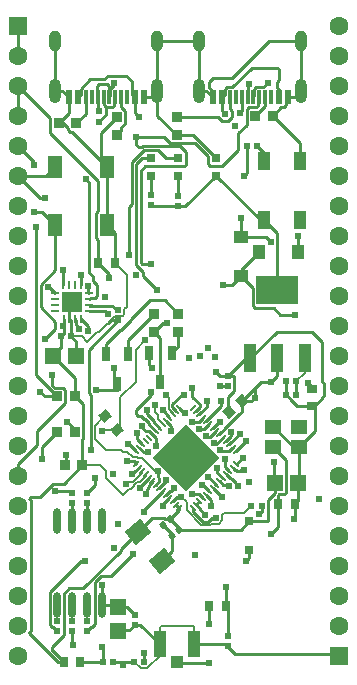
<source format=gtl>
G04 Layer: TopLayer*
G04 EasyEDA Pro v2.2.45.4, 2026-01-02 03:19:05*
G04 Gerber Generator version 0.3*
G04 Scale: 100 percent, Rotated: No, Reflected: No*
G04 Dimensions in millimeters*
G04 Leading zeros omitted, absolute positions, 4 integers and 5 decimals*
G04 Generated by one-click*
%FSLAX45Y45*%
%MOMM*%
%AMRect*21,1,$1,$2,0,0,$3*%
%ADD10R,0.8X0.9*%
%ADD11R,0.8X0.8*%
%ADD12R,1.0X1.2*%
%ADD13R,1.2X1.0*%
%ADD14R,1.6X1.6*%
%ADD15C,1.6*%
%ADD16R,1.05001X2.2*%
%ADD17R,1.0006X1.05001*%
%ADD18R,1.0X1.05001*%
%ADD19R,0.8X0.86401*%
%ADD20R,1.0X1.5*%
%ADD21R,0.7X1.25001*%
%ADD22Rect,0.80648X0.86401X130.0*%
%ADD23R,0.80648X0.86401*%
%ADD24R,0.86401X0.80648*%
%ADD25R,1.23X1.85999*%
%ADD26Rect,0.665X0.2X135.0*%
%ADD27Rect,0.2X0.665X135.0*%
%ADD28Rect,3.99999X3.99999X135.0*%
%ADD29O,0.60899X2.20449*%
%ADD30R,0.6X1.15001*%
%ADD31R,0.3X1.15001*%
%ADD32O,1.0X1.8*%
%ADD33O,1.0X2.1*%
%ADD34R,0.25001X0.75001*%
%ADD35R,0.75001X0.25001*%
%ADD36R,1.7X1.7*%
%ADD37R,1.05001X2.46499*%
%ADD38R,3.54X2.46499*%
%ADD39R,1.4X1.2*%
%ADD40Rect,0.5X0.54X40.0*%
%ADD41R,0.54X0.5*%
%ADD42R,0.5X0.54*%
%ADD43R,1.35001X1.41*%
%ADD44R,1.41X1.35001*%
%ADD45Rect,1.48501X1.72799X130.0*%
%ADD46Rect,0.8X0.9X40.0*%
%ADD47R,0.9X0.8*%
%ADD48R,0.54X0.56566*%
%ADD49R,0.56566X0.54*%
%ADD50C,1.524*%
%ADD51C,0.6096*%
%ADD52C,0.61*%
%ADD53C,0.254*%
%ADD54C,0.127*%
%ADD55C,0.2032*%
%ADD56C,0.1524*%
%ADD57C,0.1778*%
G75*


G04 Pad Start*
G54D10*
G01X959002Y3467100D03*
G01X818998Y3467100D03*
G54D11*
G01X2095500Y1276198D03*
G01X2095500Y1035202D03*
G54D12*
G01X2514501Y3556000D03*
G01X2184499Y3556000D03*
G54D13*
G01X2032000Y3682901D03*
G01X2032000Y3352899D03*
G54D14*
G01X2857500Y139700D03*
G54D15*
G01X2857500Y393700D03*
G01X2857500Y647700D03*
G01X2857500Y901700D03*
G01X2857500Y1155700D03*
G01X2857500Y1409700D03*
G01X2857500Y1663700D03*
G01X2857500Y1917700D03*
G01X2857500Y2171700D03*
G01X2857500Y2425700D03*
G01X2857500Y2679700D03*
G01X2857500Y2933700D03*
G01X2857500Y3187700D03*
G01X2857500Y3441700D03*
G01X2857500Y3695700D03*
G01X2857500Y3949700D03*
G01X2857500Y4203700D03*
G01X2857500Y4457700D03*
G01X2857500Y4711700D03*
G01X2857500Y4965700D03*
G01X2857500Y5219700D03*
G01X2857500Y5473700D03*
G54D14*
G01X139700Y5473700D03*
G54D15*
G01X139700Y5219700D03*
G01X139700Y4965700D03*
G01X139700Y4711700D03*
G01X139700Y4457700D03*
G01X139700Y4203700D03*
G01X139700Y3949700D03*
G01X139700Y3695700D03*
G01X139700Y3441700D03*
G01X139700Y3187700D03*
G01X139700Y2933700D03*
G01X139700Y2679700D03*
G01X139700Y2425700D03*
G01X139700Y2171700D03*
G01X139700Y1917700D03*
G01X139700Y1663700D03*
G01X139700Y1409700D03*
G01X139700Y1155700D03*
G01X139700Y901700D03*
G01X139700Y647700D03*
G01X139700Y393700D03*
G01X139700Y139700D03*
G54D16*
G01X1633398Y241338D03*
G01X1338402Y241338D03*
G54D18*
G01X1485900Y88862D03*
G54D19*
G01X666890Y88900D03*
G01X526910Y88900D03*
G01X1898790Y558800D03*
G01X1758810Y558800D03*
G54D11*
G01X1498257Y4354800D03*
G01X1498943Y4205000D03*
G01X1269644Y4354800D03*
G01X1270356Y4205000D03*
G54D20*
G01X2224913Y3826701D03*
G01X2524887Y3826701D03*
G01X2524887Y4326700D03*
G01X2224913Y4326700D03*
G54D11*
G01X1815744Y4354800D03*
G01X1816456Y4205000D03*
G54D21*
G01X977900Y2440432D03*
G01X882904Y2690368D03*
G01X1072896Y2690368D03*
G01X1346200Y2453132D03*
G01X1251204Y2703068D03*
G01X1441196Y2703068D03*
G54D22*
G01X975525Y2050489D03*
G01X878675Y2165911D03*
G54D23*
G01X621436Y2032000D03*
G01X470764Y2032000D03*
G54D24*
G01X1295400Y3034436D03*
G01X1295400Y2883764D03*
G01X1498600Y2883764D03*
G01X1498600Y3034436D03*
G54D25*
G01X454609Y3784600D03*
G01X891591Y3784600D03*
G01X454609Y4279900D03*
G01X891591Y4279900D03*
G54D26*
G01X1619196Y1391298D03*
G01X1647484Y1419586D03*
G01X1675772Y1447874D03*
G01X1704042Y1476143D03*
G01X1732330Y1504431D03*
G01X1760618Y1532719D03*
G01X1788905Y1561007D03*
G01X1817193Y1589295D03*
G01X1845463Y1617564D03*
G01X1873751Y1645852D03*
G01X1902039Y1674140D03*
G01X1930326Y1702428D03*
G01X1958614Y1730716D03*
G01X1986884Y1758986D03*
G54D27*
G01X1986884Y1873214D03*
G01X1958614Y1901484D03*
G01X1930326Y1929772D03*
G01X1902039Y1958060D03*
G01X1873751Y1986348D03*
G01X1845463Y2014636D03*
G01X1817193Y2042905D03*
G01X1788905Y2071193D03*
G01X1760618Y2099481D03*
G01X1732330Y2127769D03*
G01X1704042Y2156057D03*
G01X1675772Y2184326D03*
G01X1647484Y2212614D03*
G01X1619196Y2240902D03*
G54D26*
G01X1504986Y2240884D03*
G01X1476716Y2212614D03*
G01X1448428Y2184326D03*
G01X1420140Y2156039D03*
G01X1391852Y2127751D03*
G01X1363564Y2099463D03*
G01X1335295Y2071193D03*
G01X1307007Y2042905D03*
G01X1278719Y2014618D03*
G01X1250431Y1986330D03*
G01X1222143Y1958042D03*
G01X1193874Y1929772D03*
G01X1165586Y1901484D03*
G01X1137298Y1873196D03*
G54D27*
G01X1137298Y1759004D03*
G01X1165586Y1730716D03*
G01X1193874Y1702428D03*
G01X1222143Y1674158D03*
G01X1250431Y1645870D03*
G01X1278719Y1617582D03*
G01X1307007Y1589295D03*
G01X1335295Y1561007D03*
G01X1363564Y1532737D03*
G01X1391852Y1504449D03*
G01X1420140Y1476161D03*
G01X1448428Y1447874D03*
G01X1476716Y1419586D03*
G01X1504986Y1391316D03*
G54D28*
G01X1562082Y1816100D03*
G54D29*
G01X850900Y1281328D03*
G01X723900Y1281328D03*
G01X596900Y1281328D03*
G01X469900Y1281328D03*
G01X850900Y572872D03*
G01X723900Y572872D03*
G01X596900Y572872D03*
G01X469900Y572872D03*
G54D30*
G01X649008Y4868164D03*
G54D31*
G01X713981Y4868164D03*
G01X763994Y4868164D03*
G01X813981Y4868164D03*
G01X863994Y4868164D03*
G01X913981Y4868164D03*
G01X963994Y4868164D03*
G01X1013981Y4868164D03*
G01X1063993Y4868164D03*
G54D30*
G01X1128992Y4868164D03*
G01X568998Y4868164D03*
G01X1209002Y4868164D03*
G54D32*
G01X1320991Y5342636D03*
G54D33*
G01X1320991Y4924628D03*
G01X457010Y4924628D03*
G54D32*
G01X457010Y5342636D03*
G54D30*
G01X1868208Y4868164D03*
G54D31*
G01X1933181Y4868164D03*
G01X1983194Y4868164D03*
G01X2033181Y4868164D03*
G01X2083194Y4868164D03*
G01X2133181Y4868164D03*
G01X2183194Y4868164D03*
G01X2233181Y4868164D03*
G01X2283193Y4868164D03*
G54D30*
G01X2348192Y4868164D03*
G01X1788198Y4868164D03*
G01X2428202Y4868164D03*
G54D32*
G01X2540191Y5342636D03*
G54D33*
G01X2540191Y4924628D03*
G01X1676210Y4924628D03*
G54D32*
G01X1676210Y5342636D03*
G54D34*
G01X525384Y2987723D03*
G01X575371Y2987723D03*
G01X625384Y2987723D03*
G01X675371Y2987698D03*
G54D35*
G01X745221Y3057726D03*
G01X745221Y3107713D03*
G01X745221Y3157725D03*
G01X745221Y3207713D03*
G54D34*
G01X675218Y3277715D03*
G01X625231Y3277715D03*
G01X575219Y3277715D03*
G01X525308Y3277715D03*
G54D35*
G01X455229Y3207713D03*
G01X455229Y3157725D03*
G01X455229Y3107713D03*
G01X455229Y3057726D03*
G54D36*
G01X600263Y3132706D03*
G54D37*
G01X2106803Y2660650D03*
G01X2336800Y2660650D03*
G01X2566797Y2660650D03*
G54D38*
G01X2336800Y3232150D03*
G54D39*
G01X2302993Y1908899D03*
G01X2523007Y1908899D03*
G01X2523007Y2078901D03*
G01X2302993Y2078901D03*
G54D40*
G01X1441017Y1154095D03*
G01X1505383Y1208105D03*
G54D41*
G01X1917700Y2505812D03*
G01X1917700Y2421788D03*
G54D42*
G01X2493112Y2463800D03*
G01X2409088Y2463800D03*
G01X2409088Y2349500D03*
G01X2493112Y2349500D03*
G54D43*
G01X985398Y551998D03*
G01X985398Y351998D03*
G54D44*
G01X2513000Y1600200D03*
G01X2313000Y1600200D03*
G54D40*
G01X1364817Y1242995D03*
G01X1429183Y1297005D03*
G54D45*
G01X1359669Y944801D03*
G01X1154931Y1188799D03*
G54D41*
G01X990600Y2980588D03*
G01X990600Y3064612D03*
G54D42*
G01X943712Y88900D03*
G01X859688Y88900D03*
G54D41*
G01X1130300Y486512D03*
G01X1130300Y402488D03*
G54D42*
G01X504088Y2844800D03*
G01X588112Y2844800D03*
G54D46*
G01X1927575Y2202903D03*
G01X2034825Y2292897D03*
G54D42*
G01X1210412Y88900D03*
G01X1126388Y88900D03*
G54D41*
G01X1917700Y308712D03*
G01X1917700Y224688D03*
G54D10*
G01X2342998Y1422400D03*
G01X2483002Y1422400D03*
G54D47*
G01X2628900Y2394102D03*
G01X2628900Y2254098D03*
G54D44*
G01X433400Y2679700D03*
G01X633400Y2679700D03*
G54D48*
G01X723900Y436982D03*
G01X723900Y350418D03*
G01X596900Y1429918D03*
G01X596900Y1516482D03*
G01X596900Y436982D03*
G01X596900Y350418D03*
G01X723900Y1429918D03*
G01X723900Y1516482D03*
G01X469900Y436982D03*
G01X469900Y350418D03*
G54D49*
G01X2202282Y1409700D03*
G01X2115718Y1409700D03*
G54D24*
G01X977900Y4698136D03*
G01X977900Y4547464D03*
G01X1485900Y4698136D03*
G01X1485900Y4547464D03*
G54D23*
G01X2297836Y4711700D03*
G01X2147164Y4711700D03*
G01X634136Y4648200D03*
G01X483464Y4648200D03*
G01X684936Y1752600D03*
G01X534264Y1752600D03*
G01X470764Y2336800D03*
G01X621436Y2336800D03*
G54D49*
G01X2164182Y4457700D03*
G01X2077618Y4457700D03*
G54D48*
G01X1498600Y3944518D03*
G01X1498600Y4031082D03*
G01X1270000Y3957218D03*
G01X1270000Y4043782D03*
G54D50*
G01X2336800Y3225800D03*
G04 Pad End*

G04 Via Start*
G54D51*
G01X1491389Y1886828D03*
G01X1420679Y1816118D03*
G01X1632775Y1745407D03*
G01X1562082Y1674715D03*
G01X1562100Y1957539D03*
G01X1703521Y1816118D03*
G01X1562100Y1816118D03*
G01X1632739Y1886828D03*
G01X1491389Y1745407D03*
G54D52*
G01X1552998Y2193502D03*
G01X1545530Y2349500D03*
G01X1365218Y2216321D03*
G01X1435100Y2044700D03*
G01X1301648Y2260515D03*
G01X1265500Y2371702D03*
G01X1308100Y1917700D03*
G01X1147985Y2026817D03*
G01X1244600Y1866900D03*
G01X1074842Y1931921D03*
G01X1066800Y1790700D03*
G01X1051481Y1597700D03*
G01X1172707Y1562251D03*
G01X1224359Y1506141D03*
G01X1327757Y1702953D03*
G01X1397000Y1625600D03*
G01X1206559Y1358761D03*
G01X1460500Y1562100D03*
G01X1365086Y1409700D03*
G01X1524000Y1485900D03*
G01X1816100Y1308100D03*
G01X1612900Y1511300D03*
G01X1778000Y1409700D03*
G01X1701800Y1587500D03*
G01X1866900Y1485900D03*
G01X1752600Y1651000D03*
G01X1930400Y1574800D03*
G01X1828800Y1727200D03*
G01X2006600Y1574800D03*
G01X1892300Y1803400D03*
G01X2049375Y1709825D03*
G01X2044700Y1816100D03*
G01X2070100Y1955800D03*
G01X1847045Y1878609D03*
G01X2019300Y2019300D03*
G01X1943100Y2032000D03*
G01X1797237Y1936563D03*
G01X1729477Y1996177D03*
G01X1854200Y2120900D03*
G01X1676400Y2057400D03*
G01X1859300Y2298621D03*
G01X1612900Y2120900D03*
G01X1736079Y2293089D03*
G01X1616055Y2403536D03*
G01X469900Y1295400D03*
G01X1368178Y961778D03*
G01X977900Y355600D03*
G01X2070100Y939800D03*
G01X2476500Y1295400D03*
G01X1816197Y2539903D03*
G01X850900Y1282700D03*
G01X850900Y736600D03*
G01X2095500Y1612900D03*
G01X2692400Y1468100D03*
G01X2286020Y2457430D03*
G01X1808500Y2667000D03*
G01X2095500Y4978400D03*
G01X1684000Y2676432D03*
G01X1587500Y2661900D03*
G01X1752600Y2743200D03*
G01X2260600Y4991100D03*
G01X1892300Y4724400D03*
G01X1981200Y4622800D03*
G01X2032000Y3848100D03*
G01X1277600Y2578100D03*
G01X546100Y1841500D03*
G01X946554Y1675996D03*
G01X2278400Y3646150D03*
G01X2513350Y3696950D03*
G01X1898790Y723900D03*
G01X1758810Y406400D03*
G01X1758810Y76200D03*
G01X1206500Y165100D03*
G01X1028700Y60500D03*
G01X717550Y4171950D03*
G01X825500Y4749800D03*
G01X279400Y4292600D03*
G01X279400Y3898900D03*
G01X368300Y4013200D03*
G01X292100Y3771900D03*
G01X852878Y2040132D03*
G01X952500Y1054100D03*
G01X990600Y1257300D03*
G01X1194183Y2088382D03*
G01X914400Y3340100D03*
G01X517170Y2933700D03*
G01X391729Y3258513D03*
G01X889000Y2705100D03*
G01X2311400Y1778000D03*
G01X850900Y215900D03*
G01X1638300Y990600D03*
G01X1727200Y1333500D03*
G01X675218Y3365500D03*
G01X652810Y2904497D03*
G01X952500Y4991100D03*
G01X2019300Y4737100D03*
G01X431800Y2514600D03*
G01X729011Y2890679D03*
G01X2057400Y4203700D03*
G01X1143000Y3365500D03*
G01X558800Y2120900D03*
G01X342900Y1803400D03*
G01X1879600Y3276600D03*
G01X1320800Y3238500D03*
G01X330200Y2374900D03*
G01X952500Y2578100D03*
G01X525308Y3403600D03*
G01X1404600Y2959100D03*
G01X1079500Y3530600D03*
G01X2486005Y3025795D03*
G01X2552700Y2743200D03*
G01X901700Y3035300D03*
G01X368300Y2819400D03*
G01X1219200Y2811269D03*
G01X1117600Y1003300D03*
G01X609600Y228600D03*
G01X711200Y939800D03*
G01X1231900Y2222500D03*
G01X800100Y2387600D03*
G01X1143000Y4533900D03*
G01X825500Y4660900D03*
G01X1270000Y3454400D03*
G01X876300Y3175000D03*
G01X733619Y3267096D03*
G01X1397000Y2344931D03*
G01X457200Y1536700D03*
G01X2598608Y2452599D03*
G01X2514600Y2082800D03*
G54D51*
G01X761221Y1877847D03*
G54D52*
G01X796250Y1647880D03*
G01X1168400Y4699000D03*
G01X2179438Y1336890D03*
G01X2286000Y1168400D03*
G01X1853721Y2421788D03*
G01X2146300Y2324100D03*
G01X1104900Y1676400D03*
G04 Via End*

G04 Track Start*
G54D53*
G01X1504986Y2240884D02*
G01X1548770Y2197100D01*
G01X1549400Y2197100D01*
G01X1420140Y2156039D02*
G01X1420140Y2159015D01*
G01X1389946Y2189210D01*
G01X1389946Y2191454D01*
G01X1391852Y2127751D02*
G01X1435100Y2084503D01*
G01X1435100Y2044700D01*
G01X1278719Y2014618D02*
G01X1308914Y1984423D01*
G01X1308914Y1958333D01*
G01X1193874Y1929772D02*
G01X1163661Y1959985D01*
G01X1163661Y1960539D01*
G01X1165586Y1901484D02*
G01X1168563Y1901484D01*
G01X1504986Y1391316D02*
G01X1504986Y1372807D01*
G01X1429183Y1297005D01*
G01X1505383Y1220805D01*
G01X1505383Y1208105D01*
G01X2027407Y1208105D01*
G01X2095500Y1276198D01*
G01X1137298Y1759004D02*
G01X1137298Y1772739D01*
G01X1248524Y1584411D02*
G01X1248524Y1566024D01*
G01X1281696Y1617582D02*
G01X1248524Y1584411D01*
G01X1307007Y1589295D02*
G01X1337201Y1619489D01*
G01X1337201Y1645579D01*
G01X1335295Y1561007D02*
G01X1397000Y1622712D01*
G01X1397000Y1625600D01*
G01X1391852Y1504449D02*
G01X1394829Y1504449D01*
G01X1425024Y1534644D01*
G01X1433044Y1534644D01*
G01X1460500Y1562100D01*
G01X1448428Y1447874D02*
G01X1486454Y1485900D01*
G01X1524000Y1485900D01*
G01X1704042Y1476143D02*
G01X1668885Y1511300D01*
G01X1612900Y1511300D01*
G01X1732330Y1504431D02*
G01X1778000Y1458761D01*
G01X1778000Y1409700D01*
G01X1760618Y1532719D02*
G01X1705837Y1587500D01*
G01X1701800Y1587500D01*
G01X1788905Y1561007D02*
G01X1864012Y1485900D01*
G01X1866900Y1485900D01*
G01X1817193Y1589295D02*
G01X1755488Y1651000D01*
G01X1752600Y1651000D01*
G01X1845463Y1617564D02*
G01X1848440Y1617564D01*
G01X1878634Y1587370D01*
G01X1917830Y1587370D01*
G01X1930400Y1574800D01*
G01X1873751Y1645852D02*
G01X1828800Y1690803D01*
G01X1828800Y1727200D01*
G01X1902039Y1674140D02*
G01X1905015Y1674140D01*
G01X1935210Y1643946D01*
G01X1930326Y1702428D02*
G01X1892300Y1740454D01*
G01X1892300Y1803400D01*
G01X1986884Y1758986D02*
G01X1987586Y1758986D01*
G01X2044700Y1816100D01*
G01X1986884Y1873214D02*
G01X2069470Y1955800D01*
G01X2070100Y1955800D01*
G01X1958614Y1901484D02*
G01X1955637Y1901484D01*
G01X1925443Y1871290D01*
G01X1930326Y1929772D02*
G01X2019300Y2018746D01*
G01X2019300Y2019300D01*
G01X1925443Y1871290D02*
G01X1854364Y1871290D01*
G01X1847045Y1878609D01*
G01X1902039Y1958060D02*
G01X1943100Y1999121D01*
G01X1943100Y2032000D01*
G01X1873751Y1986348D02*
G01X1824412Y1937009D01*
G01X1822855Y1937009D02*
G01X1816246Y1930400D01*
G01X1803400Y1930400D01*
G01X2034825Y2203997D02*
G01X2034825Y2292897D01*
G01X1845463Y2014636D02*
G01X1884700Y2053872D01*
G01X1884700Y2056190D01*
G01X1947276Y2114820D02*
G01X2015042Y2182586D01*
G01X2015042Y2184215D01*
G01X2034825Y2203997D01*
G01X1884700Y2056190D02*
G01X1943329Y2114820D01*
G01X1947276Y2114820D01*
G01X1817193Y2042905D02*
G01X1768188Y1993900D01*
G01X1727200Y1993900D01*
G01X1788905Y2071193D02*
G01X1838612Y2120900D01*
G01X1854200Y2120900D01*
G01X1760618Y2099481D02*
G01X1718537Y2057400D01*
G01X1676400Y2057400D01*
G01X1704042Y2156057D02*
G01X1668885Y2120900D01*
G01X1612900Y2120900D01*
G01X977900Y355600D02*
G01X1083412Y355600D01*
G01X1130300Y402488D01*
G01X1177252Y402488D01*
G01X1338402Y241338D01*
G54D54*
G01X1338402Y241338D02*
G01X1338402Y134414D01*
G01X1244338Y40350D02*
G01X1235900Y40350D01*
G01X1231900Y36350D01*
G01X1178938Y36350D01*
G01X1126388Y88900D01*
G01X1346200Y142212D02*
G01X1346200Y381000D01*
G01X1358900Y393700D01*
G01X1624418Y393700D01*
G01X1633398Y384720D01*
G01X1633398Y241338D01*
G01X1338402Y134414D02*
G01X1346200Y142212D01*
G01X1338402Y134414D02*
G01X1244338Y40350D01*
G54D53*
G01X1633398Y241338D02*
G01X1901050Y241338D01*
G01X1917700Y224688D01*
G01X1917700Y215900D01*
G01X1981200Y152400D01*
G01X2844800Y152400D01*
G01X2857500Y139700D01*
G01X2095500Y1035202D02*
G01X2095500Y965200D01*
G01X2070100Y939800D01*
G01X2476500Y1295400D02*
G01X2483002Y1301902D01*
G01X2483002Y1422400D01*
G01X2513000Y1452397D01*
G01X2513000Y1600200D01*
G01X2523007Y1908899D02*
G01X2523007Y1610208D01*
G01X2513000Y1600200D01*
G01X2654300Y2254098D02*
G01X2654300Y2040192D01*
G01X2523007Y1908899D01*
G01X2409088Y2463800D02*
G01X2409088Y2349500D01*
G01X2504491Y2254098D02*
G01X2654300Y2254098D01*
G01X2409088Y2349500D02*
G01X2440212Y2318377D01*
G01X2440212Y2310943D01*
G01X2456555Y2294600D01*
G01X2463989Y2294600D01*
G01X2504491Y2254098D01*
G01X2106803Y2660650D02*
G01X2329053Y2882900D01*
G01X2628900Y2882900D02*
G01X2717800Y2794000D01*
G01X2717800Y2317598D02*
G01X2654300Y2254098D01*
G01X2717800Y2794000D02*
G01X2717800Y2455059D01*
G01X2727200Y2445659D01*
G01X2727200Y2342546D01*
G01X2717800Y2333146D01*
G01X2717800Y2317598D01*
G01X2329053Y2882900D02*
G01X2628900Y2882900D01*
G01X1917700Y2505812D02*
G01X2072538Y2660650D01*
G01X2106803Y2660650D01*
G01X2302993Y2078901D02*
G01X2472995Y1908899D01*
G01X2523007Y1908899D01*
G01X633400Y2679700D02*
G01X633400Y2799512D01*
G01X588112Y2844800D01*
G01X588112Y2935537D01*
G01X584983Y2938666D01*
G01X584983Y2978111D01*
G01X575371Y2987723D01*
G01X575371Y3107814D01*
G01X600263Y3132706D01*
G01X959002Y3467100D02*
G01X959002Y3717188D01*
G01X891591Y3784600D01*
G01X891591Y4279900D01*
G01X523291Y4648200D02*
G01X483464Y4648200D01*
G01X594391Y4577100D02*
G01X582256Y4577100D01*
G01X565913Y4593443D01*
G01X565913Y4605578D01*
G01X523291Y4648200D01*
G01X977900Y4698136D02*
G01X842135Y4562371D01*
G01X842135Y4329356D01*
G01X594391Y4577100D01*
G01X483464Y4648200D02*
G01X568998Y4733735D01*
G01X568998Y4868164D01*
G01X512534Y4924628D01*
G01X457010Y4924628D01*
G01X457010Y5342636D02*
G01X457010Y4924628D01*
G01X1320991Y4924628D02*
G01X1320991Y5342636D01*
G01X1676210Y5342636D01*
G01X1209002Y4868164D02*
G01X1264526Y4868164D01*
G01X1320991Y4924628D01*
G01X2428202Y4868164D02*
G01X2483726Y4868164D01*
G01X2540191Y4924628D01*
G01X2540191Y5342636D02*
G01X2540191Y4924628D01*
G01X2428202Y4842066D02*
G01X2428202Y4868164D01*
G01X2297836Y4711700D02*
G01X2368900Y4782763D01*
G01X2389748Y4782763D01*
G01X2406092Y4799107D01*
G01X2406092Y4819956D01*
G01X2428202Y4842066D01*
G01X2297836Y4711700D02*
G01X2524887Y4484649D01*
G01X2524887Y4326700D01*
G01X1320991Y4924628D02*
G01X1320991Y4712373D01*
G01X1485900Y4547464D01*
G01X1623080Y4547464D01*
G01X1815744Y4354800D01*
G01X1917700Y2212778D02*
G01X1927575Y2202903D01*
G01X1676210Y5342636D02*
G01X1676210Y4924628D01*
G01X1731734Y4924628D01*
G01X1788198Y4868164D01*
G01X2262670Y5342636D02*
G01X2540191Y5342636D01*
G01X1758787Y4949572D02*
G01X1758787Y4999608D01*
G01X1794168Y5034989D01*
G01X1788198Y4868164D02*
G01X1788198Y4920160D01*
G01X1758787Y4949572D01*
G01X1794168Y5034989D02*
G01X1955024Y5034989D01*
G01X2262670Y5342636D01*
G01X850900Y736600D02*
G01X850900Y572872D01*
G01X964524Y572872D01*
G01X985398Y551998D01*
G01X1064814Y551998D01*
G01X1130300Y486512D01*
G01X1958614Y1730716D02*
G01X1979505Y1709825D01*
G01X1982446Y1709825D01*
G01X1991768Y1700503D01*
G01X2014881Y1700503D01*
G01X2024202Y1709825D01*
G01X2049375Y1709825D01*
G01X1935210Y1643946D02*
G01X1937454Y1643946D01*
G01X1948200Y1633200D01*
G01X1954590Y1633200D01*
G01X1988800Y1598990D01*
G01X1988800Y1592600D01*
G01X2006600Y1574800D01*
G54D55*
G01X2566797Y2660650D02*
G01X2566797Y2537485D01*
G54D53*
G01X2493112Y2463800D02*
G01X2493112Y2349500D01*
G01X2083194Y4868164D02*
G01X2083194Y4966094D01*
G01X2095500Y4978400D01*
G01X1647484Y2212614D02*
G01X1647484Y2215591D01*
G01X1677679Y2245786D01*
G01X1677679Y2268899D01*
G01X1616055Y2330523D01*
G01X1616055Y2403536D01*
G01X1675772Y2184326D02*
G01X1736079Y2244633D01*
G01X1736079Y2293089D01*
G01X1732330Y2127769D02*
G01X1859300Y2254739D01*
G01X1859300Y2298621D01*
G01X1917700Y2505812D02*
G01X1850288Y2505812D01*
G01X1816197Y2539903D01*
G01X2256117Y4991100D02*
G01X2260600Y4991100D01*
G01X2133181Y4868164D02*
G01X2140293Y4875277D01*
G01X2140293Y4937221D01*
G01X2156637Y4953565D01*
G01X2218582Y4953565D01*
G01X2256117Y4991100D01*
G01X2147164Y4711700D02*
G01X2233181Y4797717D01*
G01X2233181Y4868164D01*
G01X2348192Y5106708D02*
G01X2336800Y5118100D01*
G01X2348192Y4868164D02*
G01X2348192Y4938169D01*
G01X2336789Y4949572D01*
G01X2336789Y4999608D01*
G01X2348192Y5011011D01*
G01X2348192Y5106708D01*
G01X2336800Y5118100D02*
G01X2118144Y5118100D01*
G01X1953609Y4953565D01*
G01X1906625Y4953565D01*
G01X1890281Y4937221D01*
G01X1890281Y4890237D01*
G01X1868208Y4868164D01*
G01X1816456Y4205000D02*
G01X2194756Y3826701D01*
G01X2224913Y3826701D01*
G01X2336800Y3714814D01*
G01X2336800Y3232150D01*
G01X1868208Y4868164D02*
G01X1868208Y4748492D01*
G01X1892300Y4724400D01*
G01X1498600Y2883764D02*
G01X1498600Y2760472D01*
G01X1441196Y2703068D01*
G01X1295400Y2883764D02*
G01X1346200Y2832964D01*
G01X1346200Y2453132D01*
G01X546100Y1841500D02*
G01X546100Y1764436D01*
G01X534264Y1752600D01*
G01X2032000Y3848100D02*
G01X2032000Y3682901D01*
G01X2241649Y3682901D01*
G01X2278400Y3646150D01*
G01X1917700Y308712D02*
G01X1917700Y539890D01*
G01X1898790Y558800D01*
G01X1898790Y723900D01*
G01X1758810Y558800D02*
G01X1758810Y406400D01*
G01X1758810Y76200D02*
G01X1498562Y76200D01*
G01X1485900Y88862D01*
G01X1210412Y88900D02*
G01X1210412Y161188D01*
G01X1206500Y165100D01*
G01X1251204Y2703068D02*
G01X1251204Y2604496D01*
G01X1277600Y2578100D01*
G01X1126388Y88900D02*
G01X1082640Y88900D01*
G01X1080832Y90708D01*
G01X996952Y90708D02*
G01X995144Y88900D01*
G01X943712Y88900D01*
G01X1028700Y60500D02*
G01X1000300Y88900D01*
G01X995144Y88900D01*
G01X2224913Y4326700D02*
G01X2224913Y4396969D01*
G01X2164182Y4457700D01*
G01X1498943Y4205000D02*
G01X1498943Y4031425D01*
G01X1498600Y4031082D01*
G01X1498600Y3944518D02*
G01X1555974Y3944518D01*
G01X1816456Y4205000D01*
G01X1498600Y3944518D02*
G01X1282700Y3944518D01*
G01X1270000Y3957218D01*
G01X139700Y4965700D02*
G01X415240Y4690160D01*
G01X818534Y4159000D02*
G01X818534Y3905500D01*
G01X802191Y3889156D01*
G01X802191Y3680044D01*
G01X818998Y3663237D01*
G01X415240Y4690160D02*
G01X415240Y4562295D01*
G01X818534Y4159000D01*
G01X454609Y4279900D02*
G01X378409Y4203700D01*
G01X139700Y4203700D01*
G54D56*
G01X1060602Y3365500D02*
G01X959002Y3467100D01*
G54D53*
G01X750222Y3102712D02*
G01X745221Y3107713D01*
G01X504088Y2844800D02*
G01X525384Y2866095D01*
G01X504088Y2844800D02*
G01X504088Y2750388D01*
G01X433400Y2679700D01*
G01X621436Y2491664D01*
G01X621436Y2336800D01*
G01X689660Y1977243D02*
G01X684936Y1972519D01*
G01X684936Y1752600D01*
G01X621436Y2336800D02*
G01X689660Y2268576D01*
G01X689660Y1977243D01*
G01X745221Y3157725D02*
G01X754807Y3167312D01*
G01X794278Y3167312D01*
G01X810621Y3183655D01*
G01X825500Y4749800D02*
G01X821094Y4754206D01*
G01X745221Y4144279D02*
G01X717550Y4171950D01*
G01X913981Y4868164D02*
G01X913981Y4965700D01*
G01X896020Y4983661D01*
G01X825500Y4983661D01*
G01X807539Y4965700D01*
G01X807539Y4874606D01*
G01X813981Y4868164D01*
G01X821094Y4754206D02*
G01X821094Y4876800D01*
G01X139700Y4711700D02*
G01X139700Y4965700D01*
G01X139700Y4457700D02*
G01X279400Y4318000D01*
G01X279400Y4292600D01*
G01X279400Y3898900D02*
G01X340309Y3898900D01*
G01X454609Y3784600D01*
G01X139700Y4203700D02*
G01X330200Y4013200D01*
G01X368300Y4013200D01*
G01X292100Y3771900D02*
G01X292100Y2515464D01*
G01X470764Y2336800D01*
G01X1420140Y1476161D02*
G01X1365086Y1421107D01*
G01X1365086Y1409700D01*
G01X1221112Y2043490D02*
G01X1222434Y2044812D01*
G01X1245548Y2044812D01*
G01X1275742Y2014618D01*
G01X1278719Y2014618D01*
G01X818998Y3663237D02*
G01X818998Y3467100D01*
G01X914400Y3371698D01*
G01X914400Y3340100D01*
G01X1295400Y3034436D02*
G01X1072896Y2811932D01*
G01X1072896Y2690368D01*
G01X1498600Y3034436D02*
G01X1383436Y3149600D01*
G01X1257300Y3149600D01*
G01X889000Y2781300D02*
G01X889000Y2705100D01*
G01X1257300Y3149600D02*
G01X1096202Y2988502D01*
G01X1096202Y2985045D01*
G01X1011095Y2899937D01*
G01X1007637Y2899937D01*
G01X889000Y2781300D01*
G01X2313000Y1600200D02*
G01X2311400Y1601800D01*
G01X2311400Y1778000D01*
G01X859688Y88900D02*
G01X859688Y207112D01*
G01X850900Y215900D01*
G01X1727200Y1333500D02*
G01X1677679Y1383021D01*
G01X1677679Y1386414D01*
G01X1647484Y1416609D01*
G01X1647484Y1419586D01*
G01X723900Y1429918D02*
G01X723900Y1281328D01*
G01X596900Y1429918D02*
G01X596900Y1281328D01*
G54D54*
G01X838200Y1752600D02*
G01X888153Y1702647D01*
G54D53*
G01X1647484Y1419586D02*
G01X1675772Y1447874D01*
G01X649008Y4868164D02*
G01X671081Y4890237D01*
G01X671081Y4937221D01*
G01X1106893Y4890263D02*
G01X1128992Y4868164D01*
G01X671081Y4937221D02*
G01X753120Y5019260D01*
G01X713981Y4868164D02*
G01X713981Y4728045D01*
G01X634136Y4648200D01*
G01X1013981Y4583544D02*
G01X977900Y4547464D01*
G01X1013981Y4868164D02*
G01X1013981Y4785037D01*
G01X1049000Y4750017D01*
G01X1049000Y4646256D01*
G01X1013981Y4611236D01*
G01X1013981Y4583544D01*
G01X1950700Y4748590D02*
G01X1950700Y4700210D01*
G01X1916490Y4666000D01*
G01X1868110Y4666000D01*
G01X1933181Y4868164D02*
G01X1933181Y4766109D01*
G01X1950700Y4748590D01*
G01X1868110Y4666000D02*
G01X1835973Y4698136D01*
G01X1485900Y4698136D01*
G01X675218Y3277715D02*
G01X675218Y3365500D01*
G01X625384Y2987723D02*
G01X634970Y2978137D01*
G01X634970Y2938641D01*
G01X863994Y4868164D02*
G01X871081Y4861077D01*
G01X871081Y4799107D01*
G01X887424Y4782763D01*
G01X940537Y4782763D01*
G01X956881Y4799107D01*
G01X956881Y4861051D01*
G01X963994Y4868164D01*
G01X913981Y4868164D02*
G01X921093Y4875277D01*
G01X921093Y4937221D01*
G01X2019300Y4737100D02*
G01X2033181Y4750981D01*
G01X2033181Y4868164D01*
G01X753120Y5019260D02*
G01X866360Y5019260D01*
G01X898002Y5050902D01*
G01X921093Y4937221D02*
G01X952500Y4968628D01*
G01X952500Y4991100D01*
G01X139700Y1663700D02*
G01X139700Y1765106D01*
G01X538987Y2391557D02*
G01X522644Y2407900D01*
G01X450009Y2407900D01*
G01X431800Y2426109D01*
G01X431800Y2514600D01*
G01X139700Y1765106D02*
G01X296906Y1922312D01*
G01X296906Y2039961D01*
G01X538987Y2282043D01*
G01X538987Y2391557D01*
G54D56*
G01X679410Y2844800D02*
G01X588112Y2844800D01*
G01X727055Y2797155D02*
G01X679410Y2844800D01*
G54D53*
G01X729011Y2890679D02*
G01X729011Y2934058D01*
G01X675371Y2987698D01*
G01X2077618Y4457700D02*
G01X2077618Y4223918D01*
G01X2057400Y4203700D01*
G01X455229Y3207713D02*
G01X404429Y3258513D01*
G01X391729Y3258513D01*
G01X634970Y2938641D02*
G01X652810Y2920800D01*
G01X652810Y2904497D01*
G01X558800Y2120900D02*
G01X621436Y2058264D01*
G01X621436Y2032000D01*
G01X470764Y2032000D02*
G01X342900Y1904136D01*
G01X342900Y1803400D01*
G01X1879600Y3276600D02*
G01X1955701Y3276600D01*
G01X2032000Y3352899D01*
G01X139700Y5473700D02*
G01X139700Y5219700D01*
G01X1270356Y4205000D02*
G01X1270356Y4044137D01*
G01X1270000Y4043782D01*
G01X1269644Y4354800D02*
G01X1192500Y4354800D01*
G01X1143000Y4305300D01*
G01X470764Y2336800D02*
G01X368300Y2336800D01*
G01X330200Y2374900D01*
G01X952500Y2578100D02*
G01X952500Y2465832D01*
G01X977900Y2440432D01*
G01X525308Y3277715D02*
G01X525308Y3403600D01*
G01X1404600Y2959100D02*
G01X1370736Y2959100D01*
G01X1295400Y2883764D01*
G01X1079500Y3936042D02*
G01X1079500Y3530600D01*
G01X1107400Y4320046D02*
G01X1107400Y3963943D01*
G01X1079500Y3936042D01*
G01X1498257Y4354800D02*
G01X1389101Y4354800D01*
G01X1321201Y4422700D01*
G01X1210054Y4422700D01*
G01X1107400Y4320046D01*
G01X2184499Y3556000D02*
G01X2032000Y3403501D01*
G01X2032000Y3352899D01*
G01X2131900Y3252999D01*
G01X2131900Y3097344D01*
G01X2148243Y3081000D01*
G01X2303899Y3081000D01*
G01X2359104Y3025795D01*
G01X2486005Y3025795D01*
G01X2552700Y2743200D02*
G01X2566797Y2729103D01*
G01X2566797Y2660650D01*
G01X1143000Y4305300D02*
G01X1143000Y3448090D01*
G01X1201400Y3389690D01*
G01X1201400Y3357900D01*
G01X1320800Y3238500D01*
G54D56*
G01X1060602Y3093491D02*
G01X1060602Y3365500D01*
G01X812800Y2882900D02*
G01X727055Y2797155D01*
G54D53*
G01X977900Y3064612D02*
G01X939800Y3102712D01*
G01X750222Y3102712D01*
G01X454609Y2905709D02*
G01X368300Y2819400D01*
G01X454609Y3784600D02*
G01X454609Y3403983D01*
G01X333329Y3282703D01*
G01X454609Y2968888D02*
G01X454609Y2905709D01*
G01X333329Y3282703D02*
G01X333329Y3090168D01*
G01X454609Y2968888D01*
G54D54*
G01X1135796Y2461371D02*
G01X1135796Y2727865D01*
G01X1219200Y2811269D01*
G54D53*
G01X745221Y3057726D02*
G01X879274Y3057726D01*
G01X901700Y3035300D01*
G01X1010900Y1044768D02*
G01X1154931Y1188799D01*
G01X1010900Y1029910D02*
G01X1010900Y1044768D01*
G01X431800Y177800D02*
G01X431800Y217579D01*
G01X691987Y710996D02*
G01X1010900Y1029910D01*
G01X572731Y710996D02*
G01X691987Y710996D01*
G01X528250Y666515D02*
G01X572731Y710996D01*
G01X528250Y314028D02*
G01X528250Y666515D01*
G01X431800Y217579D02*
G01X528250Y314028D01*
G01X526910Y88900D02*
G01X438010Y177800D01*
G01X431800Y177800D01*
G01X666890Y88900D02*
G01X859688Y88900D01*
G01X723900Y350418D02*
G01X754280Y380799D01*
G01X762457Y380799D01*
G01X792500Y410842D01*
G01X792500Y760790D01*
G01X844510Y812800D01*
G01X927100Y812800D02*
G01X1117600Y1003300D01*
G01X844510Y812800D02*
G01X927100Y812800D01*
G01X596900Y350418D02*
G01X596900Y241300D01*
G01X609600Y228600D01*
G01X469900Y350418D02*
G01X439520Y380799D01*
G01X431343Y380799D01*
G01X415000Y397142D01*
G01X415000Y465478D01*
G01X411550Y468927D01*
G01X411550Y676816D01*
G01X674534Y939800D01*
G01X711200Y939800D01*
G01X1389946Y2191454D02*
G01X1365218Y2216182D01*
G54D57*
G01X1322010Y2176940D02*
G01X1296610Y2202340D01*
G01X1296610Y2230100D01*
G01X1363564Y2099463D02*
G01X1322010Y2141018D01*
G01X1322010Y2176940D01*
G54D53*
G01X1307007Y2042905D02*
G01X1252782Y2097130D01*
G01X1252782Y2112572D01*
G01X1218572Y2146782D01*
G01X1178212Y2171700D02*
G01X1155700Y2171700D01*
G01X1203130Y2146782D02*
G01X1178212Y2171700D01*
G01X1218572Y2146782D02*
G01X1203130Y2146782D01*
G01X1155700Y2171700D02*
G01X1140821Y2186579D01*
G01X1140821Y2222500D01*
G01X1288382Y2118106D02*
G01X1288382Y2127318D01*
G01X1231900Y2183800D01*
G01X1231900Y2222500D01*
G01X1335295Y2071193D02*
G01X1288382Y2118106D01*
G01X1140821Y2222500D02*
G01X1265500Y2347179D01*
G01X1265500Y2371702D01*
G01X977900Y2440432D02*
G01X993374Y2424958D01*
G01X993374Y2403074D01*
G01X977900Y2387600D01*
G01X800100Y2387600D01*
G01X2183194Y4868164D02*
G01X2176081Y4861051D01*
G01X2176081Y4799107D01*
G01X2159737Y4782763D01*
G01X2095283Y4782800D01*
G01X1867301Y4286899D02*
G01X1764188Y4286899D01*
G01X1747844Y4303243D01*
G01X1747844Y4372354D01*
G01X1376483Y4533900D02*
G01X1143000Y4533900D01*
G01X2095283Y4782800D02*
G01X2077700Y4765217D01*
G01X2077700Y4636710D01*
G01X2005390Y4564400D01*
G01X2005390Y4424989D01*
G01X1867301Y4286899D01*
G01X1747844Y4372354D02*
G01X1640958Y4479240D01*
G01X1431143Y4479240D01*
G01X1376483Y4533900D01*
G01X825500Y4660900D02*
G01X887424Y4722824D01*
G01X887424Y4782763D01*
G01X1566157Y4406356D02*
G01X1566157Y4303243D01*
G01X1549814Y4286899D01*
G01X1218088Y4286899D02*
G01X1178600Y4247411D01*
G01X1178600Y3462836D01*
G01X1195308Y4458299D02*
G01X1514214Y4458299D01*
G01X1566157Y4406356D01*
G01X1549814Y4286899D02*
G01X1218088Y4286899D01*
G01X1143000Y4533900D02*
G01X1143000Y4467313D01*
G01X1160961Y4449352D01*
G01X1186361Y4449352D01*
G01X1195308Y4458299D01*
G01X774700Y3314700D02*
G01X774700Y3352800D01*
G01X745221Y3382279D01*
G01X745221Y4144279D01*
G01X810621Y3183655D02*
G01X810621Y3278779D01*
G01X774700Y3314700D01*
G01X745221Y3207713D02*
G01X733619Y3219315D01*
G01X733619Y3267096D01*
G01X1178600Y3462836D02*
G01X1187036Y3454400D01*
G01X1270000Y3454400D01*
G54D56*
G01X825500Y2882900D02*
G01X812800Y2882900D01*
G01X959392Y3016792D02*
G01X1027053Y3016792D01*
G01X1040420Y3030159D01*
G01X1040420Y3073309D01*
G01X1060602Y3093491D01*
G54D53*
G01X1476716Y2212614D02*
G01X1476716Y2215555D01*
G01X1446503Y2245768D01*
G01X1446503Y2268881D01*
G01X1527122Y2349500D01*
G01X1545530Y2349500D01*
G54D54*
G01X1448428Y2184326D02*
G01X1448428Y2196283D01*
G01X1417253Y2227458D01*
G01X1417253Y2329247D01*
G01X1397000Y2349500D01*
G54D57*
G01X1296610Y2230100D02*
G01X1301648Y2235139D01*
G01X1301648Y2260515D01*
G54D53*
G01X457200Y1536700D02*
G01X576682Y1536700D01*
G01X596900Y1516482D01*
G01X2514600Y2082800D02*
G01X2518499Y2078901D01*
G01X2523007Y2078901D01*
G01X990600Y2980588D02*
G01X929579Y2980588D01*
G01X925890Y2976900D01*
G01X919500Y2976900D01*
G54D56*
G01X919500Y2976900D02*
G01X959392Y3016792D01*
G01X899651Y2957051D02*
G01X825500Y2882900D01*
G54D53*
G01X919500Y2976900D02*
G01X899651Y2957051D01*
G01X990600Y2980588D02*
G01X741700Y2731688D01*
G01X741700Y2363410D01*
G01X761221Y2343889D01*
G01X761221Y1877847D01*
G01X1441017Y1154095D02*
G01X1441017Y1026149D01*
G01X1359669Y944801D01*
G54D54*
G01X717724Y1752600D02*
G01X838200Y1752600D01*
G01X706795Y1741671D02*
G01X717724Y1752600D01*
G01X695866Y1752600D02*
G01X706795Y1741671D01*
G01X684936Y1752600D02*
G01X695866Y1752600D01*
G54D53*
G01X236039Y1465954D02*
G01X247600Y1454394D01*
G01X236039Y1467939D02*
G01X236039Y1465954D01*
G01X254000Y1485900D02*
G01X236039Y1467939D01*
G01X323810Y1485900D02*
G01X254000Y1485900D01*
G01X433010Y1595100D02*
G01X323810Y1485900D01*
G01X527437Y1595100D02*
G01X433010Y1595100D01*
G01X684936Y1752600D02*
G01X527437Y1595100D01*
G01X236039Y337446D02*
G01X236039Y335461D01*
G01X247600Y349006D02*
G01X236039Y337446D01*
G01X247600Y1454394D02*
G01X247600Y349006D01*
G01X236039Y335461D02*
G01X482600Y88900D01*
G01X526910Y88900D01*
G01X1163661Y1960539D02*
G01X1147985Y1976215D01*
G01X1147985Y2026817D01*
G01X1194183Y2088382D02*
G01X1194183Y2070419D01*
G01X1221112Y2043490D01*
G01X723900Y1516482D02*
G01X796250Y1588832D01*
G01X796250Y1647880D01*
G54D55*
G01X2566797Y2537485D02*
G01X2493112Y2463800D01*
G54D53*
G01X2654300Y2394102D02*
G01X2654300Y2396907D01*
G01X2598608Y2452599D01*
G01X1248524Y1566024D02*
G01X1230956Y1548456D01*
G01X1230956Y1537910D01*
G01X1250431Y1645870D02*
G01X1172707Y1568146D01*
G01X1172707Y1562251D01*
G01X1363564Y1532737D02*
G01X1206559Y1375731D01*
G01X1206559Y1358761D01*
G01X1230956Y1537910D02*
G01X1224359Y1531314D01*
G01X1224359Y1506141D01*
G54D54*
G01X888153Y1645492D02*
G01X1030755Y1502890D01*
G01X888153Y1702647D02*
G01X888153Y1645492D01*
G54D53*
G01X1476716Y1419586D02*
G01X1504986Y1391316D01*
G01X1337201Y1645579D02*
G01X1327757Y1655023D01*
G01X1327757Y1702953D01*
G54D54*
G01X1000925Y2326500D02*
G01X1135796Y2461371D01*
G54D53*
G01X1137298Y1772739D02*
G01X1119337Y1790700D01*
G01X1066800Y1790700D01*
G01X1137298Y1873196D02*
G01X1078573Y1931921D01*
G01X1074842Y1931921D01*
G01X1703010Y1275100D02*
G01X1751390Y1275100D01*
G01X1784390Y1308100D01*
G01X1816100Y1308100D01*
G01X1619196Y1391298D02*
G01X1619196Y1358913D01*
G01X1703010Y1275100D01*
G54D54*
G01X1524000Y1485900D02*
G01X1567064Y1442836D01*
G01X1690894Y1245850D02*
G01X1763506Y1245850D01*
G01X1868150Y1286540D02*
G01X1868150Y1329660D01*
G01X1884690Y1346200D01*
G01X1567064Y1442836D02*
G01X1567064Y1369680D01*
G01X1690894Y1245850D01*
G01X1763506Y1245850D02*
G01X1773706Y1256050D01*
G01X1837660Y1256050D01*
G01X1868150Y1286540D01*
G01X2052218Y1346200D02*
G01X2115718Y1409700D01*
G01X1884690Y1346200D02*
G01X2052218Y1346200D01*
G54D53*
G01X898002Y5050902D02*
G01X1057798Y5050902D01*
G01X1106893Y5001807D01*
G01X1106893Y4890263D01*
G01X2313000Y1600200D02*
G01X2313000Y1516859D01*
G01X2258465Y1462324D01*
G01X1128992Y4868164D02*
G01X1128992Y4738408D01*
G01X1168400Y4699000D01*
G01X2395057Y1504799D02*
G01X2351286Y1504799D01*
G01X2342998Y1496511D01*
G01X2342998Y1422400D01*
G01X2302993Y1908899D02*
G01X2411401Y1800491D01*
G01X2411401Y1521143D01*
G01X2395057Y1504799D01*
G01X2258465Y1462324D02*
G01X2258465Y1276198D01*
G01X2095500Y1276198D01*
G01X2286000Y1168400D02*
G01X2342998Y1225398D01*
G01X2342998Y1422400D01*
G01X1972600Y2385232D02*
G01X1917700Y2330332D01*
G01X1917700Y2212778D01*
G01X1917700Y2505812D02*
G01X1972600Y2505812D01*
G01X1972600Y2385232D01*
G01X2146300Y2324100D02*
G01X2115097Y2292897D01*
G01X2034825Y2292897D01*
G01X1917700Y2421788D02*
G01X1853721Y2421788D01*
G01X2146300Y2404372D02*
G01X2146300Y2324100D01*
G01X2034825Y2292897D02*
G01X2146300Y2404372D01*
G01X2199358Y2457430D01*
G01X2286020Y2457430D01*
G01X2336800Y2660650D02*
G01X2336800Y2508210D01*
G01X2286020Y2457430D01*
G01X1378170Y1307649D02*
G01X1388814Y1297005D01*
G01X1429183Y1297005D01*
G01X1154931Y1188799D02*
G01X1273781Y1307649D01*
G01X1378170Y1307649D01*
G01X525384Y2866095D02*
G01X525384Y2987723D01*
G01X1364817Y1242995D02*
G01X1441017Y1166795D01*
G01X1441017Y1154095D01*
G01X1080832Y90708D02*
G01X996952Y90708D01*
G01X2513350Y3696950D02*
G01X2513350Y3557151D01*
G01X2514501Y3556000D01*
G01X2202282Y1359734D02*
G01X2179438Y1336890D01*
G01X2202282Y1409700D02*
G01X2202282Y1359734D01*
G54D54*
G01X1000925Y2050489D02*
G01X1000925Y2326500D01*
G54D53*
G01X1308100Y1957519D02*
G01X1308100Y1917700D01*
G01X1308914Y1958333D02*
G01X1308100Y1957519D01*
G01X1203147Y1866900D02*
G01X1244600Y1866900D01*
G01X1168563Y1901484D02*
G01X1203147Y1866900D01*
G54D54*
G01X1077265Y1549400D02*
G01X1097385Y1549400D01*
G01X1030755Y1502890D02*
G01X1077265Y1549400D01*
G01X1097385Y1549400D02*
G01X1120657Y1572671D01*
G01X1066681Y1612900D02*
G01X1051481Y1597700D01*
G01X1193874Y1702428D02*
G01X1193874Y1690507D01*
G01X1116267Y1612900D01*
G01X1066681Y1612900D01*
G01X1120657Y1572671D02*
G01X1120657Y1583811D01*
G01X1174244Y1614301D02*
G01X1222143Y1662201D01*
G01X1222143Y1674158D01*
G01X1120657Y1583811D02*
G01X1151147Y1614301D01*
G01X1174244Y1614301D01*
G54D53*
G01X1104900Y1676400D02*
G01X1129021Y1700521D01*
G01X1132414Y1700521D01*
G01X1162609Y1730716D02*
G01X1165586Y1730716D01*
G01X1132414Y1700521D02*
G01X1162609Y1730716D01*
G54D54*
G01X1298410Y1702953D02*
G01X1186514Y1814850D01*
G01X1159540Y1814850D01*
G01X1028700Y1866900D02*
G01X1015729Y1879871D01*
G01X885009Y1879871D01*
G01X1327757Y1702953D02*
G01X1298410Y1702953D01*
G01X870669Y2165911D02*
G01X878675Y2165911D01*
G01X1159540Y1814850D02*
G01X1153326Y1821064D01*
G01X885009Y1879871D02*
G01X790471Y1974409D01*
G01X790471Y2085715D01*
G01X870669Y2165911D01*
G01X1153326Y1821064D02*
G01X1110046Y1821064D01*
G01X1064210Y1866900D01*
G01X1028700Y1866900D01*
G01X852878Y2040132D02*
G01X863235Y2050489D01*
G01X1000925Y2050489D01*
G04 Track End*

M02*


</source>
